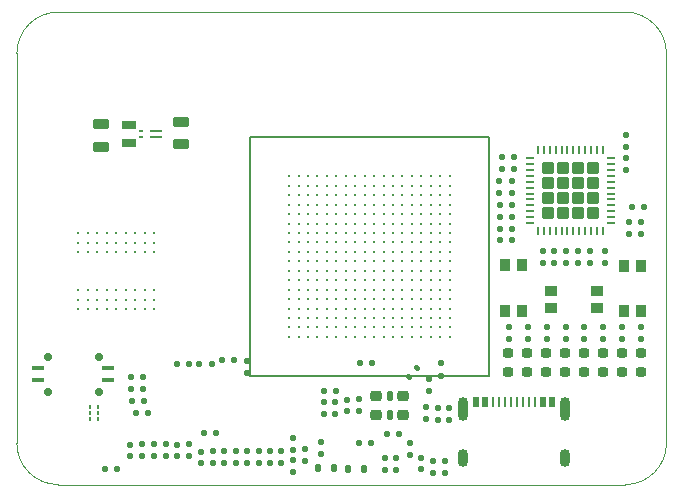
<source format=gtp>
G04 #@! TF.GenerationSoftware,KiCad,Pcbnew,9.0.2+dfsg-1*
G04 #@! TF.CreationDate,2025-11-26T16:26:46+01:00*
G04 #@! TF.ProjectId,ulx5m-gs,756c7835-6d2d-4677-932e-6b696361645f,rev?*
G04 #@! TF.SameCoordinates,Original*
G04 #@! TF.FileFunction,Paste,Top*
G04 #@! TF.FilePolarity,Positive*
%FSLAX46Y46*%
G04 Gerber Fmt 4.6, Leading zero omitted, Abs format (unit mm)*
G04 Created by KiCad (PCBNEW 9.0.2+dfsg-1) date 2025-11-26 16:26:46*
%MOMM*%
%LPD*%
G01*
G04 APERTURE LIST*
G04 Aperture macros list*
%AMRoundRect*
0 Rectangle with rounded corners*
0 $1 Rounding radius*
0 $2 $3 $4 $5 $6 $7 $8 $9 X,Y pos of 4 corners*
0 Add a 4 corners polygon primitive as box body*
4,1,4,$2,$3,$4,$5,$6,$7,$8,$9,$2,$3,0*
0 Add four circle primitives for the rounded corners*
1,1,$1+$1,$2,$3*
1,1,$1+$1,$4,$5*
1,1,$1+$1,$6,$7*
1,1,$1+$1,$8,$9*
0 Add four rect primitives between the rounded corners*
20,1,$1+$1,$2,$3,$4,$5,0*
20,1,$1+$1,$4,$5,$6,$7,0*
20,1,$1+$1,$6,$7,$8,$9,0*
20,1,$1+$1,$8,$9,$2,$3,0*%
G04 Aperture macros list end*
%ADD10C,0.150000*%
%ADD11C,0.100000*%
%ADD12RoundRect,0.110000X0.160000X-0.110000X0.160000X0.110000X-0.160000X0.110000X-0.160000X-0.110000X0*%
%ADD13RoundRect,0.110000X0.110000X0.160000X-0.110000X0.160000X-0.110000X-0.160000X0.110000X-0.160000X0*%
%ADD14RoundRect,0.115000X-0.145000X0.115000X-0.145000X-0.115000X0.145000X-0.115000X0.145000X0.115000X0*%
%ADD15RoundRect,0.193750X-0.231250X0.193750X-0.231250X-0.193750X0.231250X-0.193750X0.231250X0.193750X0*%
%ADD16RoundRect,0.115000X0.145000X-0.115000X0.145000X0.115000X-0.145000X0.115000X-0.145000X-0.115000X0*%
%ADD17C,0.300000*%
%ADD18R,1.050000X0.950000*%
%ADD19RoundRect,0.110000X-0.160000X0.110000X-0.160000X-0.110000X0.160000X-0.110000X0.160000X0.110000X0*%
%ADD20RoundRect,0.225000X0.450000X-0.225000X0.450000X0.225000X-0.450000X0.225000X-0.450000X-0.225000X0*%
%ADD21RoundRect,0.110000X-0.110000X-0.160000X0.110000X-0.160000X0.110000X0.160000X-0.110000X0.160000X0*%
%ADD22RoundRect,0.110000X-0.035355X0.190919X-0.190919X0.035355X0.035355X-0.190919X0.190919X-0.035355X0*%
%ADD23RoundRect,0.125000X0.125000X0.175000X-0.125000X0.175000X-0.125000X-0.175000X0.125000X-0.175000X0*%
%ADD24R,0.550000X0.100000*%
%ADD25R,0.500000X0.100000*%
%ADD26RoundRect,0.122500X0.147500X-0.122500X0.147500X0.122500X-0.147500X0.122500X-0.147500X-0.122500X0*%
%ADD27R,0.200000X0.900000*%
%ADD28R,0.500000X0.900000*%
%ADD29O,0.900000X1.500000*%
%ADD30O,0.900000X2.000000*%
%ADD31R,0.950000X1.050000*%
%ADD32RoundRect,0.250000X-0.270000X0.270000X-0.270000X-0.270000X0.270000X-0.270000X0.270000X0.270000X0*%
%ADD33RoundRect,0.037500X-0.037500X0.350000X-0.037500X-0.350000X0.037500X-0.350000X0.037500X0.350000X0*%
%ADD34RoundRect,0.037500X-0.350000X0.037500X-0.350000X-0.037500X0.350000X-0.037500X0.350000X0.037500X0*%
%ADD35RoundRect,0.225000X-0.250000X0.225000X-0.250000X-0.225000X0.250000X-0.225000X0.250000X0.225000X0*%
%ADD36RoundRect,0.137500X-0.137500X0.312500X-0.137500X-0.312500X0.137500X-0.312500X0.137500X0.312500X0*%
%ADD37RoundRect,0.100000X0.450000X0.100000X-0.450000X0.100000X-0.450000X-0.100000X0.450000X-0.100000X0*%
%ADD38RoundRect,0.150000X0.150000X0.150000X-0.150000X0.150000X-0.150000X-0.150000X0.150000X-0.150000X0*%
%ADD39R,0.270000X0.325000*%
%ADD40R,0.103200X0.712800*%
%ADD41R,0.103200X0.408000*%
%ADD42R,0.992200X0.154000*%
%ADD43R,0.408000X0.154000*%
G04 #@! TA.AperFunction,Profile*
%ADD44C,0.100000*%
G04 #@! TD*
G04 APERTURE END LIST*
D10*
X78947500Y-68067500D02*
X99172500Y-68067500D01*
X99172500Y-88292500D01*
X78947500Y-88292500D01*
X78947500Y-68067500D01*
D11*
X69176602Y-67325000D02*
X68073401Y-67325000D01*
X68073401Y-66727000D01*
X69176602Y-66727000D01*
X69176602Y-67325000D01*
G36*
X69176602Y-67325000D02*
G01*
X68073401Y-67325000D01*
X68073401Y-66727000D01*
X69176602Y-66727000D01*
X69176602Y-67325000D01*
G37*
X69176602Y-68823000D02*
X68073401Y-68823000D01*
X68073401Y-68225000D01*
X69176602Y-68225000D01*
X69176602Y-68823000D01*
G36*
X69176602Y-68823000D02*
G01*
X68073401Y-68823000D01*
X68073401Y-68225000D01*
X69176602Y-68225000D01*
X69176602Y-68823000D01*
G37*
D12*
X73810000Y-95090000D03*
X73810000Y-94070000D03*
D13*
X101270000Y-70740000D03*
X100250000Y-70740000D03*
D14*
X93870000Y-90930000D03*
X93870000Y-91890000D03*
D15*
X107230000Y-86352500D03*
X107230000Y-87927500D03*
D16*
X76760000Y-95630000D03*
X76760000Y-94670000D03*
D17*
X82260000Y-71380000D03*
X83060000Y-71380000D03*
X83860000Y-71380000D03*
X84660000Y-71380000D03*
X85460000Y-71380000D03*
X86260000Y-71380000D03*
X87060000Y-71380000D03*
X87860000Y-71380000D03*
X88660000Y-71380000D03*
X89460000Y-71380000D03*
X90260000Y-71380000D03*
X91060000Y-71380000D03*
X91860000Y-71380000D03*
X92660000Y-71380000D03*
X93460000Y-71380000D03*
X94260000Y-71380000D03*
X95060000Y-71380000D03*
X95860000Y-71380000D03*
X82260000Y-72180000D03*
X83060000Y-72180000D03*
X83860000Y-72180000D03*
X84660000Y-72180000D03*
X85460000Y-72180000D03*
X86260000Y-72180000D03*
X87060000Y-72180000D03*
X87860000Y-72180000D03*
X88660000Y-72180000D03*
X89460000Y-72180000D03*
X90260000Y-72180000D03*
X91060000Y-72180000D03*
X91860000Y-72180000D03*
X92660000Y-72180000D03*
X93460000Y-72180000D03*
X94260000Y-72180000D03*
X95060000Y-72180000D03*
X95860000Y-72180000D03*
X82260000Y-72980000D03*
X83060000Y-72980000D03*
X83860000Y-72980000D03*
X84660000Y-72980000D03*
X85460000Y-72980000D03*
X86260000Y-72980000D03*
X87060000Y-72980000D03*
X87860000Y-72980000D03*
X88660000Y-72980000D03*
X89460000Y-72980000D03*
X90260000Y-72980000D03*
X91060000Y-72980000D03*
X91860000Y-72980000D03*
X92660000Y-72980000D03*
X93460000Y-72980000D03*
X94260000Y-72980000D03*
X95060000Y-72980000D03*
X95860000Y-72980000D03*
X82260000Y-73780000D03*
X83060000Y-73780000D03*
X83860000Y-73780000D03*
X84660000Y-73780000D03*
X85460000Y-73780000D03*
X86260000Y-73780000D03*
X87060000Y-73780000D03*
X87860000Y-73780000D03*
X88660000Y-73780000D03*
X89460000Y-73780000D03*
X90260000Y-73780000D03*
X91060000Y-73780000D03*
X91860000Y-73780000D03*
X92660000Y-73780000D03*
X93460000Y-73780000D03*
X94260000Y-73780000D03*
X95060000Y-73780000D03*
X95860000Y-73780000D03*
X82260000Y-74580000D03*
X83060000Y-74580000D03*
X83860000Y-74580000D03*
X84660000Y-74580000D03*
X85460000Y-74580000D03*
X86260000Y-74580000D03*
X87060000Y-74580000D03*
X87860000Y-74580000D03*
X88660000Y-74580000D03*
X89460000Y-74580000D03*
X90260000Y-74580000D03*
X91060000Y-74580000D03*
X91860000Y-74580000D03*
X92660000Y-74580000D03*
X93460000Y-74580000D03*
X94260000Y-74580000D03*
X95060000Y-74580000D03*
X95860000Y-74580000D03*
X82260000Y-75380000D03*
X83060000Y-75380000D03*
X83860000Y-75380000D03*
X84660000Y-75380000D03*
X85460000Y-75380000D03*
X86260000Y-75380000D03*
X87060000Y-75380000D03*
X87860000Y-75380000D03*
X88660000Y-75380000D03*
X89460000Y-75380000D03*
X90260000Y-75380000D03*
X91060000Y-75380000D03*
X91860000Y-75380000D03*
X92660000Y-75380000D03*
X93460000Y-75380000D03*
X94260000Y-75380000D03*
X95060000Y-75380000D03*
X95860000Y-75380000D03*
X82260000Y-76180000D03*
X83060000Y-76180000D03*
X83860000Y-76180000D03*
X84660000Y-76180000D03*
X85460000Y-76180000D03*
X86260000Y-76180000D03*
X87060000Y-76180000D03*
X87860000Y-76180000D03*
X88660000Y-76180000D03*
X89460000Y-76180000D03*
X90260000Y-76180000D03*
X91060000Y-76180000D03*
X91860000Y-76180000D03*
X92660000Y-76180000D03*
X93460000Y-76180000D03*
X94260000Y-76180000D03*
X95060000Y-76180000D03*
X95860000Y-76180000D03*
X82260000Y-76980000D03*
X83060000Y-76980000D03*
X83860000Y-76980000D03*
X84660000Y-76980000D03*
X85460000Y-76980000D03*
X86260000Y-76980000D03*
X87060000Y-76980000D03*
X87860000Y-76980000D03*
X88660000Y-76980000D03*
X89460000Y-76980000D03*
X90260000Y-76980000D03*
X91060000Y-76980000D03*
X91860000Y-76980000D03*
X92660000Y-76980000D03*
X93460000Y-76980000D03*
X94260000Y-76980000D03*
X95060000Y-76980000D03*
X95860000Y-76980000D03*
X82260000Y-77780000D03*
X83060000Y-77780000D03*
X83860000Y-77780000D03*
X84660000Y-77780000D03*
X85460000Y-77780000D03*
X86260000Y-77780000D03*
X87060000Y-77780000D03*
X87860000Y-77780000D03*
X88660000Y-77780000D03*
X89460000Y-77780000D03*
X90260000Y-77780000D03*
X91060000Y-77780000D03*
X91860000Y-77780000D03*
X92660000Y-77780000D03*
X93460000Y-77780000D03*
X94260000Y-77780000D03*
X95060000Y-77780000D03*
X95860000Y-77780000D03*
X82260000Y-78580000D03*
X83060000Y-78580000D03*
X83860000Y-78580000D03*
X84660000Y-78580000D03*
X85460000Y-78580000D03*
X86260000Y-78580000D03*
X87060000Y-78580000D03*
X87860000Y-78580000D03*
X88660000Y-78580000D03*
X89460000Y-78580000D03*
X90260000Y-78580000D03*
X91060000Y-78580000D03*
X91860000Y-78580000D03*
X92660000Y-78580000D03*
X93460000Y-78580000D03*
X94260000Y-78580000D03*
X95060000Y-78580000D03*
X95860000Y-78580000D03*
X82260000Y-79380000D03*
X83060000Y-79380000D03*
X83860000Y-79380000D03*
X84660000Y-79380000D03*
X85460000Y-79380000D03*
X86260000Y-79380000D03*
X87060000Y-79380000D03*
X87860000Y-79380000D03*
X88660000Y-79380000D03*
X89460000Y-79380000D03*
X90260000Y-79380000D03*
X91060000Y-79380000D03*
X91860000Y-79380000D03*
X92660000Y-79380000D03*
X93460000Y-79380000D03*
X94260000Y-79380000D03*
X95060000Y-79380000D03*
X95860000Y-79380000D03*
X82260000Y-80180000D03*
X83060000Y-80180000D03*
X83860000Y-80180000D03*
X84660000Y-80180000D03*
X85460000Y-80180000D03*
X86260000Y-80180000D03*
X87060000Y-80180000D03*
X87860000Y-80180000D03*
X88660000Y-80180000D03*
X89460000Y-80180000D03*
X90260000Y-80180000D03*
X91060000Y-80180000D03*
X91860000Y-80180000D03*
X92660000Y-80180000D03*
X93460000Y-80180000D03*
X94260000Y-80180000D03*
X95060000Y-80180000D03*
X95860000Y-80180000D03*
X82260000Y-80980000D03*
X83060000Y-80980000D03*
X83860000Y-80980000D03*
X84660000Y-80980000D03*
X85460000Y-80980000D03*
X86260000Y-80980000D03*
X87060000Y-80980000D03*
X87860000Y-80980000D03*
X88660000Y-80980000D03*
X89460000Y-80980000D03*
X90260000Y-80980000D03*
X91060000Y-80980000D03*
X91860000Y-80980000D03*
X92660000Y-80980000D03*
X93460000Y-80980000D03*
X94260000Y-80980000D03*
X95060000Y-80980000D03*
X95860000Y-80980000D03*
X82260000Y-81780000D03*
X83060000Y-81780000D03*
X83860000Y-81780000D03*
X84660000Y-81780000D03*
X85460000Y-81780000D03*
X86260000Y-81780000D03*
X87060000Y-81780000D03*
X87860000Y-81780000D03*
X88660000Y-81780000D03*
X89460000Y-81780000D03*
X90260000Y-81780000D03*
X91060000Y-81780000D03*
X91860000Y-81780000D03*
X92660000Y-81780000D03*
X93460000Y-81780000D03*
X94260000Y-81780000D03*
X95060000Y-81780000D03*
X95860000Y-81780000D03*
X82260000Y-82580000D03*
X83060000Y-82580000D03*
X83860000Y-82580000D03*
X84660000Y-82580000D03*
X85460000Y-82580000D03*
X86260000Y-82580000D03*
X87060000Y-82580000D03*
X87860000Y-82580000D03*
X88660000Y-82580000D03*
X89460000Y-82580000D03*
X90260000Y-82580000D03*
X91060000Y-82580000D03*
X91860000Y-82580000D03*
X92660000Y-82580000D03*
X93460000Y-82580000D03*
X94260000Y-82580000D03*
X95060000Y-82580000D03*
X95860000Y-82580000D03*
X82260000Y-83380000D03*
X83060000Y-83380000D03*
X83860000Y-83380000D03*
X84660000Y-83380000D03*
X85460000Y-83380000D03*
X86260000Y-83380000D03*
X87060000Y-83380000D03*
X87860000Y-83380000D03*
X88660000Y-83380000D03*
X89460000Y-83380000D03*
X90260000Y-83380000D03*
X91060000Y-83380000D03*
X91860000Y-83380000D03*
X92660000Y-83380000D03*
X93460000Y-83380000D03*
X94260000Y-83380000D03*
X95060000Y-83380000D03*
X95860000Y-83380000D03*
X82260000Y-84180000D03*
X83060000Y-84180000D03*
X83860000Y-84180000D03*
X84660000Y-84180000D03*
X85460000Y-84180000D03*
X86260000Y-84180000D03*
X87060000Y-84180000D03*
X87860000Y-84180000D03*
X88660000Y-84180000D03*
X89460000Y-84180000D03*
X90260000Y-84180000D03*
X91060000Y-84180000D03*
X91860000Y-84180000D03*
X92660000Y-84180000D03*
X93460000Y-84180000D03*
X94260000Y-84180000D03*
X95060000Y-84180000D03*
X95860000Y-84180000D03*
X82260000Y-84980000D03*
X83060000Y-84980000D03*
X83860000Y-84980000D03*
X84660000Y-84980000D03*
X85460000Y-84980000D03*
X86260000Y-84980000D03*
X87060000Y-84980000D03*
X87860000Y-84980000D03*
X88660000Y-84980000D03*
X89460000Y-84980000D03*
X90260000Y-84980000D03*
X91060000Y-84980000D03*
X91860000Y-84980000D03*
X92660000Y-84980000D03*
X93460000Y-84980000D03*
X94260000Y-84980000D03*
X95060000Y-84980000D03*
X95860000Y-84980000D03*
D16*
X81610000Y-95630000D03*
X81610000Y-94670000D03*
D13*
X112045000Y-75290000D03*
X111025000Y-75290000D03*
D15*
X112030000Y-86352500D03*
X112030000Y-87927500D03*
D16*
X87160000Y-91240000D03*
X87160000Y-90280000D03*
D18*
X108298748Y-82540000D03*
X104448748Y-82540000D03*
X108298748Y-81090000D03*
X104448748Y-81090000D03*
D12*
X105670000Y-85157500D03*
X105670000Y-84137500D03*
D14*
X90370000Y-95250000D03*
X90370000Y-96210000D03*
D19*
X95430000Y-95500000D03*
X95430000Y-96520000D03*
D20*
X66355000Y-68860000D03*
X66355000Y-66960000D03*
D19*
X103715000Y-77690000D03*
X103715000Y-78710000D03*
D21*
X88260000Y-87210000D03*
X89280000Y-87210000D03*
D13*
X73750000Y-87280000D03*
X72730000Y-87280000D03*
D19*
X110775000Y-69820000D03*
X110775000Y-70840000D03*
X95150000Y-87230000D03*
X95150000Y-88250000D03*
D16*
X80640000Y-95630000D03*
X80640000Y-94670000D03*
D19*
X78660000Y-87030000D03*
X78660000Y-88050000D03*
D12*
X107260000Y-85157500D03*
X107260000Y-84137500D03*
D16*
X77730000Y-95630000D03*
X77730000Y-94670000D03*
D21*
X88140000Y-93990000D03*
X89160000Y-93990000D03*
D20*
X73105000Y-68660000D03*
X73105000Y-66760000D03*
D12*
X104080000Y-85157500D03*
X104080000Y-84137500D03*
D15*
X100830000Y-86352500D03*
X100830000Y-87927500D03*
D17*
X70821722Y-76220000D03*
X70821722Y-77020000D03*
X70821722Y-77820000D03*
X70821722Y-81020000D03*
X70821722Y-81820000D03*
X70821722Y-82620000D03*
X70021722Y-76220000D03*
X70021722Y-77020000D03*
X70021722Y-77820000D03*
X70021722Y-81020000D03*
X70021722Y-81820000D03*
X70021722Y-82620000D03*
X69221722Y-76220000D03*
X69221722Y-77020000D03*
X69221722Y-77820000D03*
X69221722Y-81020000D03*
X69221722Y-81820000D03*
X69221722Y-82620000D03*
X68421722Y-76220000D03*
X68421722Y-77020000D03*
X68421722Y-77820000D03*
X68421722Y-81020000D03*
X68421722Y-81820000D03*
X68421722Y-82620000D03*
X67621722Y-76220000D03*
X67621722Y-77020000D03*
X67621722Y-77820000D03*
X67621722Y-81020000D03*
X67621722Y-81820000D03*
X67621722Y-82620000D03*
X66821722Y-76220000D03*
X66821722Y-77020000D03*
X66821722Y-77820000D03*
X66821722Y-81020000D03*
X66821722Y-81820000D03*
X66821722Y-82620000D03*
X66021722Y-76220000D03*
X66021722Y-77020000D03*
X66021722Y-77820000D03*
X66021722Y-81020000D03*
X66021722Y-81820000D03*
X66021722Y-82620000D03*
X65221722Y-76220000D03*
X65221722Y-77020000D03*
X65221722Y-77820000D03*
X65221722Y-81020000D03*
X65221722Y-81820000D03*
X65221722Y-82620000D03*
X64421722Y-76220000D03*
X64421722Y-77020000D03*
X64421722Y-77820000D03*
X64421722Y-81020000D03*
X64421722Y-81820000D03*
X64421722Y-82620000D03*
D15*
X102430000Y-86352500D03*
X102430000Y-87927500D03*
D16*
X74810000Y-95650000D03*
X74810000Y-94690000D03*
D14*
X93440000Y-95230000D03*
X93440000Y-96190000D03*
D22*
X93090624Y-87649376D03*
X92369376Y-88370624D03*
D15*
X105630000Y-86352500D03*
X105630000Y-87927500D03*
D23*
X87220000Y-96130000D03*
X88620000Y-96130000D03*
D24*
X67075000Y-90950000D03*
D25*
X67050000Y-91300000D03*
X67050000Y-91650000D03*
X67050000Y-92000000D03*
X67850000Y-92000000D03*
X67850000Y-91650000D03*
X67850000Y-91300000D03*
X67850000Y-90950000D03*
D26*
X72810000Y-95067500D03*
X72810000Y-94097500D03*
D19*
X71814887Y-94072128D03*
X71814887Y-95092128D03*
D12*
X100900000Y-85157500D03*
X100900000Y-84137500D03*
D15*
X110430000Y-86352500D03*
X110430000Y-87927500D03*
X108830000Y-86352500D03*
X108830000Y-87927500D03*
D21*
X90540000Y-93180000D03*
X91560000Y-93180000D03*
D12*
X110440000Y-85157500D03*
X110440000Y-84137500D03*
D14*
X91310000Y-95250000D03*
X91310000Y-96210000D03*
D16*
X82580000Y-94530000D03*
X82580000Y-93570000D03*
D13*
X86220000Y-89580000D03*
X85200000Y-89580000D03*
D27*
X100050000Y-90513750D03*
X101050000Y-90513750D03*
X101550000Y-90513750D03*
X102550000Y-90513750D03*
X103050000Y-90513750D03*
X102050000Y-90513750D03*
X100550000Y-90513750D03*
X99550000Y-90513750D03*
D28*
X98075000Y-90513750D03*
X104525000Y-90513750D03*
D29*
X96982000Y-95268750D03*
D30*
X96982000Y-91088750D03*
X105618000Y-91088750D03*
D29*
X105618000Y-95268750D03*
D28*
X98850000Y-90513750D03*
X103750000Y-90513750D03*
D19*
X83580000Y-94480000D03*
X83580000Y-95500000D03*
D13*
X112045000Y-76300000D03*
X111025000Y-76300000D03*
X101120000Y-74810000D03*
X100100000Y-74810000D03*
D19*
X82590000Y-95430000D03*
X82590000Y-96450000D03*
X105725000Y-77680000D03*
X105725000Y-78700000D03*
D13*
X101120000Y-76810000D03*
X100100000Y-76810000D03*
D14*
X85210000Y-90530000D03*
X85210000Y-91490000D03*
D13*
X101090000Y-72810000D03*
X100070000Y-72810000D03*
D19*
X70784887Y-94072128D03*
X70784887Y-95092128D03*
D26*
X68760000Y-95070000D03*
X68760000Y-94100000D03*
D13*
X101270000Y-69740000D03*
X100250000Y-69740000D03*
D19*
X110775000Y-67900000D03*
X110775000Y-68920000D03*
X106725000Y-77680000D03*
X106725000Y-78700000D03*
D31*
X112065000Y-78945000D03*
X112065000Y-82795000D03*
X110615000Y-78945000D03*
X110615000Y-82795000D03*
D16*
X88140000Y-91230000D03*
X88140000Y-90270000D03*
D19*
X109005000Y-77690000D03*
X109005000Y-78710000D03*
D14*
X86180000Y-90530000D03*
X86180000Y-91490000D03*
D13*
X101090000Y-71810000D03*
X100070000Y-71810000D03*
D12*
X95780000Y-92000000D03*
X95780000Y-90980000D03*
X94840000Y-92000000D03*
X94840000Y-90980000D03*
D13*
X67690000Y-96140000D03*
X66670000Y-96140000D03*
D21*
X68920000Y-90390000D03*
X69940000Y-90390000D03*
X68880000Y-89380000D03*
X69900000Y-89380000D03*
D19*
X107725000Y-77690000D03*
X107725000Y-78710000D03*
D23*
X84680000Y-96120000D03*
X86080000Y-96120000D03*
D19*
X84970000Y-93850000D03*
X84970000Y-94870000D03*
D12*
X108850000Y-85157500D03*
X108850000Y-84137500D03*
X102490000Y-85157500D03*
X102490000Y-84137500D03*
D32*
X108007500Y-70655000D03*
X106717500Y-70655000D03*
X105427500Y-70655000D03*
X104137500Y-70655000D03*
X108007500Y-71945000D03*
X106717500Y-71945000D03*
X105427500Y-71945000D03*
X104137500Y-71945000D03*
X108007500Y-73235000D03*
X106717500Y-73235000D03*
X105427500Y-73235000D03*
X104137500Y-73235000D03*
X108007500Y-74525000D03*
X106717500Y-74525000D03*
X105427500Y-74525000D03*
X104137500Y-74525000D03*
D33*
X108822500Y-69152500D03*
X108322500Y-69152500D03*
X107822500Y-69152500D03*
X107322500Y-69152500D03*
X106822500Y-69152500D03*
X106322500Y-69152500D03*
X105822500Y-69152500D03*
X105322500Y-69152500D03*
X104822500Y-69152500D03*
X104322500Y-69152500D03*
X103822500Y-69152500D03*
X103322500Y-69152500D03*
D34*
X102635000Y-69840000D03*
X102635000Y-70340000D03*
X102635000Y-70840000D03*
X102635000Y-71340000D03*
X102635000Y-71840000D03*
X102635000Y-72340000D03*
X102635000Y-72840000D03*
X102635000Y-73340000D03*
X102635000Y-73840000D03*
X102635000Y-74340000D03*
X102635000Y-74840000D03*
X102635000Y-75340000D03*
D33*
X103322500Y-76027500D03*
X103822500Y-76027500D03*
X104322500Y-76027500D03*
X104822500Y-76027500D03*
X105322500Y-76027500D03*
X105822500Y-76027500D03*
X106322500Y-76027500D03*
X106822500Y-76027500D03*
X107322500Y-76027500D03*
X107822500Y-76027500D03*
X108322500Y-76027500D03*
X108822500Y-76027500D03*
D34*
X109510000Y-75340000D03*
X109510000Y-74840000D03*
X109510000Y-74340000D03*
X109510000Y-73840000D03*
X109510000Y-73340000D03*
X109510000Y-72840000D03*
X109510000Y-72340000D03*
X109510000Y-71840000D03*
X109510000Y-71340000D03*
X109510000Y-70840000D03*
X109510000Y-70340000D03*
X109510000Y-69840000D03*
D35*
X91905000Y-89970000D03*
D36*
X90780000Y-89970000D03*
D35*
X89655000Y-89970000D03*
X89655000Y-91570000D03*
D36*
X90780000Y-91570000D03*
D35*
X91905000Y-91570000D03*
D31*
X101955000Y-78905000D03*
X101955000Y-82755000D03*
X100505000Y-78905000D03*
X100505000Y-82755000D03*
D12*
X94430000Y-96510000D03*
X94430000Y-95490000D03*
D37*
X66940000Y-88640000D03*
X66940000Y-87640000D03*
X61040000Y-87640000D03*
X61040000Y-88640000D03*
D38*
X66140000Y-89640000D03*
X66140000Y-86640000D03*
X61840000Y-89640000D03*
X61840000Y-86640000D03*
D19*
X69770000Y-94070000D03*
X69770000Y-95090000D03*
D16*
X78690000Y-95630000D03*
X78690000Y-94670000D03*
D13*
X70350000Y-91410000D03*
X69330000Y-91410000D03*
D16*
X75780000Y-95640000D03*
X75780000Y-94680000D03*
D13*
X101120000Y-75810000D03*
X100100000Y-75810000D03*
X101120000Y-73810000D03*
X100100000Y-73810000D03*
X77620000Y-86970000D03*
X76600000Y-86970000D03*
X69890000Y-88370000D03*
X68870000Y-88370000D03*
D12*
X112030000Y-85157500D03*
X112030000Y-84137500D03*
D19*
X94140000Y-88530000D03*
X94140000Y-89550000D03*
D21*
X75040000Y-93090000D03*
X76060000Y-93090000D03*
D24*
X66565000Y-94210000D03*
D25*
X66540000Y-94560000D03*
X66540000Y-94910000D03*
X66540000Y-95260000D03*
X67340000Y-95260000D03*
X67340000Y-94910000D03*
X67340000Y-94560000D03*
X67340000Y-94210000D03*
D39*
X65390000Y-90910000D03*
X65390000Y-91410000D03*
X65390000Y-91910000D03*
X66064000Y-91910000D03*
X66064000Y-91410000D03*
X66064000Y-90910000D03*
D19*
X104715000Y-77690000D03*
X104715000Y-78710000D03*
D13*
X75690000Y-87270000D03*
X74670000Y-87270000D03*
D15*
X104030000Y-86352500D03*
X104030000Y-87927500D03*
D40*
X70875001Y-66625000D03*
X70425002Y-66625000D03*
X69975000Y-66625000D03*
X69525001Y-66625000D03*
D41*
X69075002Y-66473000D03*
X68625000Y-66473000D03*
X68175001Y-66473000D03*
X68175001Y-69077000D03*
X68625000Y-69077000D03*
X69075002Y-69077000D03*
D40*
X69525001Y-68925000D03*
X69975000Y-68925000D03*
X70425002Y-68925000D03*
X70875001Y-68925000D03*
D42*
X71025001Y-68025000D03*
X71025001Y-67525000D03*
D43*
X69750002Y-67525000D03*
X69750002Y-68025000D03*
D16*
X79670000Y-95630000D03*
X79670000Y-94670000D03*
D13*
X112335000Y-73950000D03*
X111315000Y-73950000D03*
D14*
X92460000Y-94000000D03*
X92460000Y-94960000D03*
D44*
X62710000Y-57480000D02*
X110710000Y-57480000D01*
X62710000Y-97480000D02*
X110710000Y-97480000D01*
X114210000Y-93980000D02*
G75*
G02*
X110710000Y-97480000I-3500000J0D01*
G01*
X110710000Y-57480000D02*
G75*
G02*
X114210000Y-60980000I0J-3500000D01*
G01*
X114210000Y-93980000D02*
X114210000Y-60980000D01*
X59210000Y-60980000D02*
G75*
G02*
X62710000Y-57480000I3500000J0D01*
G01*
X62710000Y-97480000D02*
G75*
G02*
X59210000Y-93980000I0J3500000D01*
G01*
X59210000Y-60980000D02*
X59210000Y-93980000D01*
M02*

</source>
